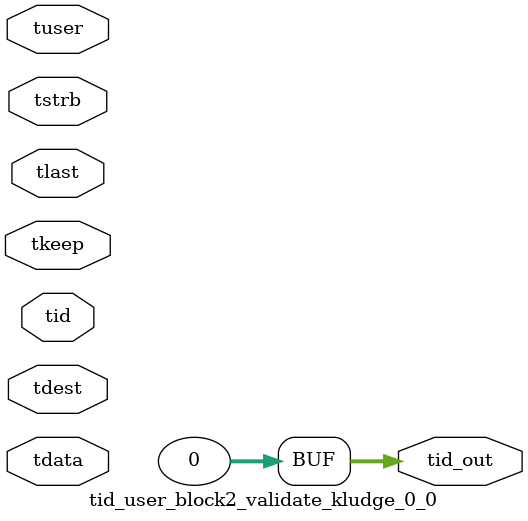
<source format=v>


`timescale 1ps/1ps

module tid_user_block2_validate_kludge_0_0 #
(
parameter C_S_AXIS_TID_WIDTH   = 1,
parameter C_S_AXIS_TUSER_WIDTH = 0,
parameter C_S_AXIS_TDATA_WIDTH = 0,
parameter C_S_AXIS_TDEST_WIDTH = 0,
parameter C_M_AXIS_TID_WIDTH   = 32
)
(
input  [(C_S_AXIS_TID_WIDTH   == 0 ? 1 : C_S_AXIS_TID_WIDTH)-1:0       ] tid,
input  [(C_S_AXIS_TDATA_WIDTH == 0 ? 1 : C_S_AXIS_TDATA_WIDTH)-1:0     ] tdata,
input  [(C_S_AXIS_TUSER_WIDTH == 0 ? 1 : C_S_AXIS_TUSER_WIDTH)-1:0     ] tuser,
input  [(C_S_AXIS_TDEST_WIDTH == 0 ? 1 : C_S_AXIS_TDEST_WIDTH)-1:0     ] tdest,
input  [(C_S_AXIS_TDATA_WIDTH/8)-1:0 ] tkeep,
input  [(C_S_AXIS_TDATA_WIDTH/8)-1:0 ] tstrb,
input                                                                    tlast,
output [(C_M_AXIS_TID_WIDTH   == 0 ? 1 : C_M_AXIS_TID_WIDTH)-1:0       ] tid_out
);

assign tid_out = {1'b0};

endmodule


</source>
